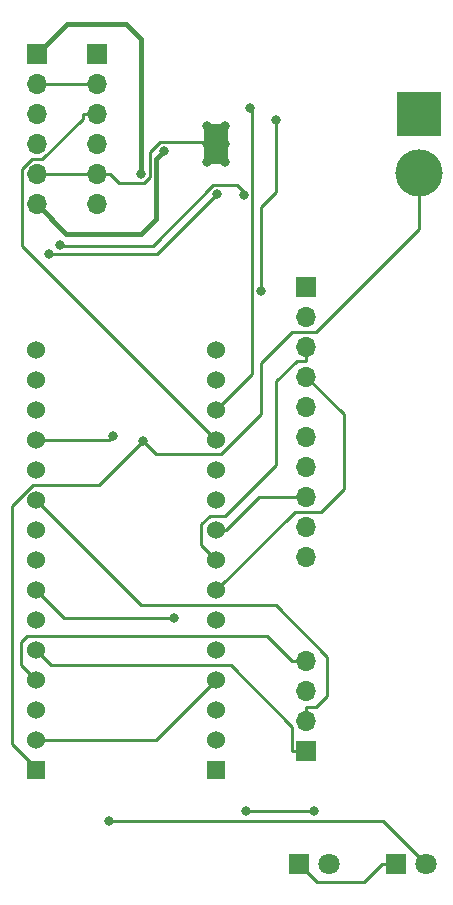
<source format=gbl>
%TF.GenerationSoftware,KiCad,Pcbnew,(6.0.7)*%
%TF.CreationDate,2023-08-18T16:06:47+09:00*%
%TF.ProjectId,graduate-project,67726164-7561-4746-952d-70726f6a6563,rev?*%
%TF.SameCoordinates,Original*%
%TF.FileFunction,Copper,L2,Bot*%
%TF.FilePolarity,Positive*%
%FSLAX46Y46*%
G04 Gerber Fmt 4.6, Leading zero omitted, Abs format (unit mm)*
G04 Created by KiCad (PCBNEW (6.0.7)) date 2023-08-18 16:06:47*
%MOMM*%
%LPD*%
G01*
G04 APERTURE LIST*
%TA.AperFunction,ComponentPad*%
%ADD10R,1.700000X1.700000*%
%TD*%
%TA.AperFunction,ComponentPad*%
%ADD11O,1.700000X1.700000*%
%TD*%
%TA.AperFunction,ComponentPad*%
%ADD12R,1.800000X1.800000*%
%TD*%
%TA.AperFunction,ComponentPad*%
%ADD13C,1.800000*%
%TD*%
%TA.AperFunction,ComponentPad*%
%ADD14R,1.530000X1.530000*%
%TD*%
%TA.AperFunction,ComponentPad*%
%ADD15C,1.530000*%
%TD*%
%TA.AperFunction,SMDPad,CuDef*%
%ADD16R,2.000000X3.500000*%
%TD*%
%TA.AperFunction,ComponentPad*%
%ADD17C,0.800000*%
%TD*%
%TA.AperFunction,ComponentPad*%
%ADD18R,3.800000X3.800000*%
%TD*%
%TA.AperFunction,ComponentPad*%
%ADD19C,4.000000*%
%TD*%
%TA.AperFunction,ViaPad*%
%ADD20C,0.800000*%
%TD*%
%TA.AperFunction,Conductor*%
%ADD21C,0.250000*%
%TD*%
%TA.AperFunction,Conductor*%
%ADD22C,0.400000*%
%TD*%
G04 APERTURE END LIST*
D10*
%TO.P,J2,1,VCC*%
%TO.N,ENC_VCC*%
X78740000Y-61625000D03*
D11*
%TO.P,J2,2,GND*%
%TO.N,BATT_GND*%
X78740000Y-64165000D03*
%TO.P,J2,3,SCL*%
%TO.N,GY_SCL*%
X78740000Y-66705000D03*
%TO.P,J2,4,SDA*%
%TO.N,GY_SDA*%
X78740000Y-69245000D03*
%TO.P,J2,5,EDA*%
%TO.N,unconnected-(J2-Pad5)*%
X78740000Y-71785000D03*
%TO.P,J2,6,ECL*%
%TO.N,unconnected-(J2-Pad6)*%
X78740000Y-74325000D03*
%TO.P,J2,7,AD0*%
%TO.N,unconnected-(J2-Pad7)*%
X78740000Y-76865000D03*
%TO.P,J2,8,INT*%
%TO.N,GY_INT*%
X78740000Y-79405000D03*
%TO.P,J2,9,NCS*%
%TO.N,unconnected-(J2-Pad9)*%
X78740000Y-81945000D03*
%TO.P,J2,10,FSYNC*%
%TO.N,unconnected-(J2-Pad10)*%
X78740000Y-84485000D03*
%TD*%
D12*
%TO.P,D1,1,K*%
%TO.N,BATT_GND*%
X78100000Y-110490000D03*
D13*
%TO.P,D1,2,A*%
%TO.N,Net-(D1-Pad2)*%
X80640000Y-110490000D03*
%TD*%
D12*
%TO.P,D2,1,K*%
%TO.N,BATT_GND*%
X86355000Y-110490000D03*
D13*
%TO.P,D2,2,A*%
%TO.N,Net-(D2-Pad2)*%
X88895000Y-110490000D03*
%TD*%
D14*
%TO.P,U1,CN3_1,PA9*%
%TO.N,ENC_1B*%
X71120000Y-102575000D03*
D15*
%TO.P,U1,CN3_2,PA10*%
%TO.N,M_IN2*%
X71120000Y-100035000D03*
%TO.P,U1,CN3_3,NRST_CN3*%
%TO.N,unconnected-(U1-PadCN3_3)*%
X71120000Y-97495000D03*
%TO.P,U1,CN3_4,GND_CN3*%
%TO.N,BATT_GND*%
X71120000Y-94955000D03*
%TO.P,U1,CN3_5,PA12*%
%TO.N,unconnected-(U1-PadCN3_5)*%
X71120000Y-92415000D03*
%TO.P,U1,CN3_6,PB0*%
%TO.N,M_FAULT*%
X71120000Y-89875000D03*
%TO.P,U1,CN3_7,PB7*%
%TO.N,GY_SDA*%
X71120000Y-87335000D03*
%TO.P,U1,CN3_8,PB6*%
%TO.N,GY_SCL*%
X71120000Y-84795000D03*
%TO.P,U1,CN3_9,PB1*%
%TO.N,GY_INT*%
X71120000Y-82255000D03*
%TO.P,U1,CN3_10,PC14*%
%TO.N,unconnected-(U1-PadCN3_10)*%
X71120000Y-79715000D03*
%TO.P,U1,CN3_11,PC15*%
%TO.N,unconnected-(U1-PadCN3_11)*%
X71120000Y-77175000D03*
%TO.P,U1,CN3_12,PA8*%
%TO.N,ENC_1A*%
X71120000Y-74635000D03*
%TO.P,U1,CN3_13,PA11*%
%TO.N,M_IN1*%
X71120000Y-72095000D03*
%TO.P,U1,CN3_14,PB5*%
%TO.N,unconnected-(U1-PadCN3_14)*%
X71120000Y-69555000D03*
%TO.P,U1,CN3_15,PB4*%
%TO.N,LED_ERR*%
X71120000Y-67015000D03*
D14*
%TO.P,U1,CN4_1,VIN*%
%TO.N,BATT_VIN*%
X55880000Y-102575000D03*
D15*
%TO.P,U1,CN4_2,GND_CN4*%
%TO.N,BATT_GND*%
X55880000Y-100035000D03*
%TO.P,U1,CN4_3,NRST_CN4*%
%TO.N,unconnected-(U1-PadCN4_3)*%
X55880000Y-97495000D03*
%TO.P,U1,CN4_4,+5V*%
%TO.N,ENC_VCC*%
X55880000Y-94955000D03*
%TO.P,U1,CN4_5,PA2*%
%TO.N,HM_RX*%
X55880000Y-92415000D03*
%TO.P,U1,CN4_6,PA7*%
%TO.N,M_OFF*%
X55880000Y-89875000D03*
%TO.P,U1,CN4_7,PA6*%
%TO.N,M_MODE*%
X55880000Y-87335000D03*
%TO.P,U1,CN4_8,PA5*%
%TO.N,M_IN4*%
X55880000Y-84795000D03*
%TO.P,U1,CN4_9,PA4*%
%TO.N,unconnected-(U1-PadCN4_9)*%
X55880000Y-82255000D03*
%TO.P,U1,CN4_10,PA3*%
%TO.N,HM_TX*%
X55880000Y-79715000D03*
%TO.P,U1,CN4_11,PA1*%
%TO.N,M_IN3*%
X55880000Y-77175000D03*
%TO.P,U1,CN4_12,PA0*%
%TO.N,Net-(R1-Pad1)*%
X55880000Y-74635000D03*
%TO.P,U1,CN4_13,AREF*%
%TO.N,unconnected-(U1-PadCN4_13)*%
X55880000Y-72095000D03*
%TO.P,U1,CN4_14,+3V3*%
%TO.N,unconnected-(U1-PadCN4_14)*%
X55880000Y-69555000D03*
%TO.P,U1,CN4_15,PB3*%
%TO.N,LED_RUN*%
X55880000Y-67015000D03*
%TD*%
D16*
%TO.P,U2,17,PPAD*%
%TO.N,BATT_GND*%
X71120000Y-49530000D03*
D17*
X71870000Y-51030000D03*
X71870000Y-48030000D03*
X70370000Y-51030000D03*
X70370000Y-48030000D03*
X70370000Y-49530000D03*
X71870000Y-49530000D03*
%TD*%
D10*
%TO.P,J5,1,M+*%
%TO.N,Net-(J5-Pad1)*%
X55905000Y-41935000D03*
D11*
%TO.P,J5,2,ENC_VCC*%
%TO.N,ENC_VCC*%
X55905000Y-44475000D03*
%TO.P,J5,3,ENC_A*%
%TO.N,unconnected-(J5-Pad3)*%
X55905000Y-47015000D03*
%TO.P,J5,4,ENC_B*%
%TO.N,unconnected-(J5-Pad4)*%
X55905000Y-49555000D03*
%TO.P,J5,5,ENC_GND*%
%TO.N,BATT_GND*%
X55905000Y-52095000D03*
%TO.P,J5,6,M-*%
%TO.N,Net-(J5-Pad6)*%
X55905000Y-54635000D03*
%TD*%
D10*
%TO.P,J3,1,RX*%
%TO.N,HM_RX*%
X78715000Y-100955000D03*
D11*
%TO.P,J3,2,TX*%
%TO.N,HM_TX*%
X78715000Y-98415000D03*
%TO.P,J3,3,GND*%
%TO.N,BATT_GND*%
X78715000Y-95875000D03*
%TO.P,J3,4,VCC*%
%TO.N,ENC_VCC*%
X78715000Y-93335000D03*
%TD*%
D18*
%TO.P,J1,1,Pin_1*%
%TO.N,BATT_GND*%
X88265000Y-46990000D03*
D19*
%TO.P,J1,2,Pin_2*%
%TO.N,BATT_VIN*%
X88265000Y-51990000D03*
%TD*%
D10*
%TO.P,J4,1,M+*%
%TO.N,Net-(J4-Pad1)*%
X60985000Y-41935000D03*
D11*
%TO.P,J4,2,ENC_VCC*%
%TO.N,ENC_VCC*%
X60985000Y-44475000D03*
%TO.P,J4,3,ENC_A*%
%TO.N,ENC_1A*%
X60985000Y-47015000D03*
%TO.P,J4,4,ENC_B*%
%TO.N,ENC_1B*%
X60985000Y-49555000D03*
%TO.P,J4,5,ENC_GND*%
%TO.N,BATT_GND*%
X60985000Y-52095000D03*
%TO.P,J4,6,M-*%
%TO.N,Net-(J4-Pad6)*%
X60985000Y-54635000D03*
%TD*%
D20*
%TO.N,M_MODE*%
X74930000Y-61976000D03*
X67564000Y-89662000D03*
X76200000Y-47498000D03*
%TO.N,M_IN3*%
X71164100Y-53751200D03*
X56971900Y-58809300D03*
%TO.N,M_IN4*%
X57912000Y-58084800D03*
X73443500Y-53848000D03*
%TO.N,M_IN1*%
X73982500Y-46450000D03*
%TO.N,M_IN2*%
X73660000Y-106045000D03*
X79375000Y-106045000D03*
%TO.N,Net-(R1-Pad1)*%
X62398100Y-74290000D03*
%TO.N,Net-(J5-Pad6)*%
X66675000Y-50165000D03*
%TO.N,Net-(J5-Pad1)*%
X64770000Y-52070000D03*
%TO.N,Net-(D2-Pad2)*%
X62073800Y-106870000D03*
%TO.N,BATT_VIN*%
X64943000Y-74715500D03*
%TD*%
D21*
%TO.N,BATT_GND*%
X79624000Y-112014000D02*
X78100000Y-110490000D01*
X83604100Y-112014000D02*
X79624000Y-112014000D01*
X85128100Y-110490000D02*
X83604100Y-112014000D01*
X86355000Y-110490000D02*
X85128100Y-110490000D01*
%TO.N,BATT_VIN*%
X74928900Y-68073100D02*
X74928900Y-72377000D01*
X77567000Y-65435000D02*
X74928900Y-68073100D01*
X74928900Y-72377000D02*
X71549300Y-75756600D01*
X71549300Y-75756600D02*
X65984100Y-75756600D01*
X88265000Y-56769000D02*
X79599000Y-65435000D01*
X88265000Y-51990000D02*
X88265000Y-56769000D01*
X79599000Y-65435000D02*
X77567000Y-65435000D01*
X65984100Y-75756600D02*
X64943000Y-74715500D01*
%TO.N,GY_SCL*%
X78740000Y-67881900D02*
X78740000Y-66705000D01*
X76200000Y-69596000D02*
X77914100Y-67881900D01*
X76200000Y-76708000D02*
X76200000Y-69596000D01*
X70571350Y-81026000D02*
X71882000Y-81026000D01*
X71882000Y-81026000D02*
X76200000Y-76708000D01*
X69850000Y-81747350D02*
X70571350Y-81026000D01*
X77914100Y-67881900D02*
X78740000Y-67881900D01*
X69850000Y-83525000D02*
X69850000Y-81747350D01*
X71120000Y-84795000D02*
X69850000Y-83525000D01*
%TO.N,GY_INT*%
X71923000Y-82255000D02*
X74773000Y-79405000D01*
X74773000Y-79405000D02*
X78740000Y-79405000D01*
X71120000Y-82255000D02*
X71923000Y-82255000D01*
%TO.N,HM_TX*%
X80518000Y-92964000D02*
X76159000Y-88605000D01*
X64770000Y-88605000D02*
X55880000Y-79715000D01*
X80518000Y-96266000D02*
X80518000Y-92964000D01*
X79545900Y-97238100D02*
X80518000Y-96266000D01*
X78715000Y-97238100D02*
X79545900Y-97238100D01*
X76159000Y-88605000D02*
X64770000Y-88605000D01*
X78715000Y-98415000D02*
X78715000Y-97238100D01*
%TO.N,BATT_VIN*%
X61213500Y-78445000D02*
X64943000Y-74715500D01*
X53848000Y-80174000D02*
X55577000Y-78445000D01*
X53848000Y-100330000D02*
X53848000Y-80174000D01*
X55880000Y-102362000D02*
X53848000Y-100330000D01*
X55880000Y-102575000D02*
X55880000Y-102362000D01*
X55577000Y-78445000D02*
X61213500Y-78445000D01*
%TO.N,ENC_VCC*%
X77538100Y-93335000D02*
X78715000Y-93335000D01*
X55118000Y-91186000D02*
X75389100Y-91186000D01*
X54610000Y-91694000D02*
X55118000Y-91186000D01*
X75389100Y-91186000D02*
X77538100Y-93335000D01*
X55880000Y-94955000D02*
X54610000Y-93685000D01*
X54610000Y-93685000D02*
X54610000Y-91694000D01*
%TO.N,HM_RX*%
X57150000Y-93685000D02*
X55880000Y-92415000D01*
X72349000Y-93685000D02*
X57150000Y-93685000D01*
X77538100Y-98874100D02*
X72349000Y-93685000D01*
X78715000Y-100955000D02*
X77538100Y-100955000D01*
X77538100Y-100955000D02*
X77538100Y-98874100D01*
%TO.N,M_IN4*%
X57993200Y-58166000D02*
X57912000Y-58084800D01*
X70863800Y-53026200D02*
X65724000Y-58166000D01*
X72838200Y-53026200D02*
X70863800Y-53026200D01*
X65724000Y-58166000D02*
X57993200Y-58166000D01*
X73443500Y-53631500D02*
X72838200Y-53026200D01*
X73443500Y-53848000D02*
X73443500Y-53631500D01*
%TO.N,M_MODE*%
X58207000Y-89662000D02*
X55880000Y-87335000D01*
X67564000Y-89662000D02*
X58207000Y-89662000D01*
X74930000Y-54864000D02*
X74930000Y-61976000D01*
X76200000Y-53594000D02*
X74930000Y-54864000D01*
X76200000Y-47498000D02*
X76200000Y-53594000D01*
%TO.N,M_IN3*%
X66106000Y-58809300D02*
X56971900Y-58809300D01*
X71164100Y-53751200D02*
X66106000Y-58809300D01*
%TO.N,M_IN1*%
X74168000Y-46635500D02*
X73982500Y-46450000D01*
X74168000Y-69047000D02*
X74168000Y-46635500D01*
X71120000Y-72095000D02*
X74168000Y-69047000D01*
%TO.N,M_IN2*%
X79375000Y-106045000D02*
X73660000Y-106045000D01*
%TO.N,Net-(R1-Pad1)*%
X62053100Y-74635000D02*
X62398100Y-74290000D01*
X55880000Y-74635000D02*
X62053100Y-74635000D01*
D22*
%TO.N,Net-(J5-Pad6)*%
X58420000Y-57150000D02*
X55905000Y-54635000D01*
X64770000Y-57150000D02*
X58420000Y-57150000D01*
X66040000Y-55880000D02*
X64770000Y-57150000D01*
X66040000Y-50800000D02*
X66040000Y-55880000D01*
X66675000Y-50165000D02*
X66040000Y-50800000D01*
%TO.N,Net-(J5-Pad1)*%
X58470000Y-39370000D02*
X55905000Y-41935000D01*
X63500000Y-39370000D02*
X58470000Y-39370000D01*
X64770000Y-40640000D02*
X63500000Y-39370000D01*
X64770000Y-52070000D02*
X64770000Y-40640000D01*
D21*
%TO.N,ENC_1A*%
X54691200Y-58206200D02*
X71120000Y-74635000D01*
X54691200Y-51623300D02*
X54691200Y-58206200D01*
X55489500Y-50825000D02*
X54691200Y-51623300D01*
X56363900Y-50825000D02*
X55489500Y-50825000D01*
X59808100Y-47380800D02*
X56363900Y-50825000D01*
X59808100Y-47015000D02*
X59808100Y-47380800D01*
X60985000Y-47015000D02*
X59808100Y-47015000D01*
%TO.N,GY_SDA*%
X81915000Y-72420000D02*
X78740000Y-69245000D01*
X81915000Y-78740000D02*
X81915000Y-72420000D01*
X79980000Y-80675000D02*
X81915000Y-78740000D01*
X77780000Y-80675000D02*
X79980000Y-80675000D01*
X71120000Y-87335000D02*
X77780000Y-80675000D01*
%TO.N,ENC_VCC*%
X60985000Y-44475000D02*
X55905000Y-44475000D01*
%TO.N,Net-(D2-Pad2)*%
X85275000Y-106870000D02*
X62073800Y-106870000D01*
X88895000Y-110490000D02*
X85275000Y-106870000D01*
%TO.N,BATT_GND*%
X55905000Y-52095000D02*
X60985000Y-52095000D01*
X71870000Y-49530000D02*
X71120000Y-49530000D01*
X66040000Y-100035000D02*
X55880000Y-100035000D01*
X71120000Y-94955000D02*
X66040000Y-100035000D01*
X62161900Y-52095000D02*
X60985000Y-52095000D01*
X62907500Y-52840600D02*
X62161900Y-52095000D01*
X65032600Y-52840600D02*
X62907500Y-52840600D01*
X65505000Y-52368200D02*
X65032600Y-52840600D01*
X65505000Y-50249800D02*
X65505000Y-52368200D01*
X66358900Y-49395900D02*
X65505000Y-50249800D01*
X70235900Y-49395900D02*
X66358900Y-49395900D01*
X70370000Y-49530000D02*
X70235900Y-49395900D01*
%TD*%
M02*

</source>
